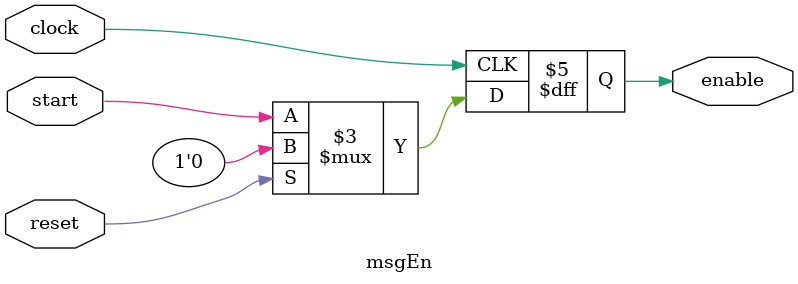
<source format=v>
module msgEn (

    /*-----------Inputs--------------------------------*/

    input       clock,  /* clock */
    input 	    reset,		// resets
    input wire  start,  /* Go message Signal*/

    /*-----------Outputs--------------------------------*/

    output reg enable  /* zero flag */
);

always @(posedge clock)
    begin
	enable <= 0;
	if(reset) enable <= 0;
    else enable <= start;
    end

endmodule

</source>
